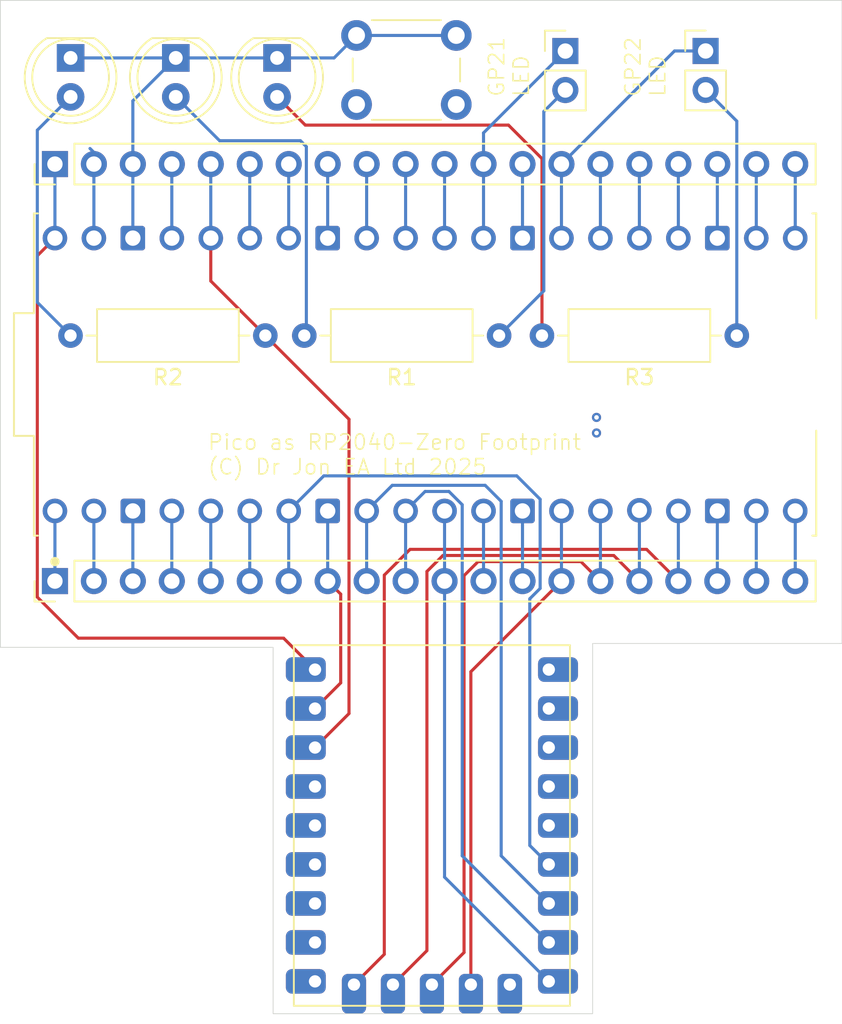
<source format=kicad_pcb>
(kicad_pcb (version 20240108) (generator "pcbnew") (generator_version "8.0")
  (layers (0 "F.Cu" signal) (1 "In1.Cu" signal) (2 "In2.Cu" signal) (31 "B.Cu" signal) (34 "B.Paste" user) (35 "F.Paste" user) (36 "B.SilkS" user "B.Silkscreen") (37 "F.SilkS" user "F.Silkscreen") (38 "B.Mask" user) (39 "F.Mask" user) (44 "Edge.Cuts" user))
  (net 0 "")
  (net 1 "GND")
  (net 2 "Net-(D1-A)")
  (net 3 "Net-(D2-A)")
  (net 4 "Net-(J2-Pin_2)")
  (net 5 "+3.3V")
  (net 6 "/GP14")
  (net 7 "/GP10")
  (net 8 "/GP26")
  (net 9 "/GP7")
  (net 10 "/GP1")
  (net 11 "/GP0")
  (net 12 "+5V")
  (net 13 "/GP12")
  (net 14 "/GP9")
  (net 15 "/GP13")
  (net 16 "/GP6")
  (net 17 "/GP15")
  (net 18 "/GP27")
  (net 19 "/GP28")
  (net 20 "/GP2")
  (net 21 "/GP3")
  (net 22 "/GP5")
  (net 23 "/GP11")
  (net 24 "/GP8")
  (net 25 "/GP4")
  (net 26 "/GP29")
  (net 27 "Net-(D3-A)")
  (net 28 "Net-(J3-Pin_2)")
  (net 29 "/RUN")
  (net 30 "/GP19")
  (net 31 "/ADC_REF")
  (net 32 "/VSYS")
  (net 33 "/GP18")
  (net 34 "/GP20")
  (net 35 "/3V3_EN")
  (net 36 "/GP22")
  (net 37 "/GP16")
  (net 38 "/GP17")
  (net 39 "/GP21")
  (footprint "Resistor_THT:R_Axial_DIN0309_L9.0mm_D3.2mm_P12.70mm_Horizontal" (layer "F.Cu") (at 106.426 46.736 180)
    (property "Reference" "R2" (at 6.35 -2.72 0) (layer "F.SilkS"))
    (property "Value" "100R" (hide yes))
    (fp_line (start 11.66 0) (end 10.97 0) (stroke (width 0.12)) (layer "F.SilkS"))
    (fp_line (start 10.97 1.72) (end 10.97 -1.72) (stroke (width 0.12)) (layer "F.SilkS"))
    (fp_line (start 10.97 -1.72) (end 1.73 -1.72) (stroke (width 0.12)) (layer "F.SilkS"))
    (fp_line (start 1.73 1.72) (end 10.97 1.72) (stroke (width 0.12)) (layer "F.SilkS"))
    (fp_line (start 1.73 -1.72) (end 1.73 1.72) (stroke (width 0.12)) (layer "F.SilkS"))
    (fp_line (start 1.04 0) (end 1.73 0) (stroke (width 0.12)) (layer "F.SilkS"))
    (pad "1" thru_hole circle (at 0 0 180) (size 1.6 1.6) (drill 0.8) (layers "*.Cu" "*.Mask") (net 5 "+3.3V"))
    (pad "2" thru_hole oval (at 12.7 0 180) (size 1.6 1.6) (drill 0.8) (layers "*.Cu" "*.Mask") (net 3 "Net-(D2-A)"))
  )
  (footprint "LED_THT:LED_D5.0mm" (layer "F.Cu") (at 107.193 28.642 -90)
    (property "Reference" "D3" (hide yes))
    (property "Value" "LED" (hide yes))
    (fp_line (start -1.29 -1.545) (end -1.29 1.545) (stroke (width 0.12)) (layer "F.SilkS"))
    (fp_arc (start 4.26 0.000048) (mid 2.071756 2.880501) (end -1.29 1.54483) (stroke (width 0.12)) (layer "F.SilkS"))
    (fp_arc (start -1.29 -1.54483) (mid 2.071756 -2.880501) (end 4.26 -0.000048) (stroke (width 0.12)) (layer "F.SilkS"))
    (fp_circle (center 1.27 0) (end 3.77 0) (stroke (width 0.12)) (fill none) (layer "F.SilkS"))
    (pad "1" thru_hole rect (at 0 0 270) (size 1.8 1.8) (drill 0.9) (layers "*.Cu" "*.Mask") (net 1 "GND"))
    (pad "2" thru_hole circle (at 2.54 0 270) (size 1.8 1.8) (drill 0.9) (layers "*.Cu" "*.Mask") (net 27 "Net-(D3-A)"))
  )
  (footprint "LED_THT:LED_D5.0mm" (layer "F.Cu") (at 100.589 28.642 -90)
    (property "Reference" "D1" (hide yes))
    (property "Value" "LED" (hide yes))
    (fp_line (start -1.29 -1.545) (end -1.29 1.545) (stroke (width 0.12)) (layer "F.SilkS"))
    (fp_arc (start 4.26 0.000048) (mid 2.071756 2.880501) (end -1.29 1.54483) (stroke (width 0.12)) (layer "F.SilkS"))
    (fp_arc (start -1.29 -1.54483) (mid 2.071756 -2.880501) (end 4.26 -0.000048) (stroke (width 0.12)) (layer "F.SilkS"))
    (fp_circle (center 1.27 0) (end 3.77 0) (stroke (width 0.12)) (fill none) (layer "F.SilkS"))
    (pad "1" thru_hole rect (at 0 0 270) (size 1.8 1.8) (drill 0.9) (layers "*.Cu" "*.Mask") (net 1 "GND"))
    (pad "2" thru_hole circle (at 2.54 0 270) (size 1.8 1.8) (drill 0.9) (layers "*.Cu" "*.Mask") (net 2 "Net-(D1-A)"))
  )
  (footprint "Connector_PinHeader_2.54mm:PinHeader_1x20_P2.54mm_Vertical" (layer "F.Cu") (at 92.71 62.738 90)
    (property "Reference" "J4" (hide yes))
    (property "Value" "Conn_01x20_Pin" (hide yes))
    (fp_line (start -1.33 -1.33) (end 0 -1.33) (stroke (width 0.12)) (layer "F.SilkS"))
    (fp_line (start -1.33 0) (end -1.33 -1.33) (stroke (width 0.12)) (layer "F.SilkS"))
    (fp_line (start 1.33 1.27) (end 1.33 49.59) (stroke (width 0.12)) (layer "F.SilkS"))
    (fp_line (start -1.33 1.27) (end 1.33 1.27) (stroke (width 0.12)) (layer "F.SilkS"))
    (fp_line (start -1.33 1.27) (end -1.33 49.59) (stroke (width 0.12)) (layer "F.SilkS"))
    (fp_line (start -1.33 49.59) (end 1.33 49.59) (stroke (width 0.12)) (layer "F.SilkS"))
    (pad "1" thru_hole rect (at 0 0 90) (size 1.7 1.7) (drill 1) (layers "*.Cu" "*.Mask") (net 11 "/GP0"))
    (pad "2" thru_hole oval (at 0 2.54 90) (size 1.7 1.7) (drill 1) (layers "*.Cu" "*.Mask") (net 10 "/GP1"))
    (pad "3" thru_hole oval (at 0 5.08 90) (size 1.7 1.7) (drill 1) (layers "*.Cu" "*.Mask") (net 1 "GND"))
    (pad "4" thru_hole oval (at 0 7.62 90) (size 1.7 1.7) (drill 1) (layers "*.Cu" "*.Mask") (net 20 "/GP2"))
    (pad "5" thru_hole oval (at 0 10.16 90) (size 1.7 1.7) (drill 1) (layers "*.Cu" "*.Mask") (net 21 "/GP3"))
    (pad "6" thru_hole oval (at 0 12.7 90) (size 1.7 1.7) (drill 1) (layers "*.Cu" "*.Mask") (net 25 "/GP4"))
    (pad "7" thru_hole oval (at 0 15.24 90) (size 1.7 1.7) (drill 1) (layers "*.Cu" "*.Mask") (net 22 "/GP5"))
    (pad "8" thru_hole oval (at 0 17.78 90) (size 1.7 1.7) (drill 1) (layers "*.Cu" "*.Mask") (net 1 "GND"))
    (pad "9" thru_hole oval (at 0 20.32 90) (size 1.7 1.7) (drill 1) (layers "*.Cu" "*.Mask") (net 16 "/GP6"))
    (pad "10" thru_hole oval (at 0 22.86 90) (size 1.7 1.7) (drill 1) (layers "*.Cu" "*.Mask") (net 9 "/GP7"))
    (pad "11" thru_hole oval (at 0 25.4 90) (size 1.7 1.7) (drill 1) (layers "*.Cu" "*.Mask") (net 24 "/GP8"))
    (pad "12" thru_hole oval (at 0 27.94 90) (size 1.7 1.7) (drill 1) (layers "*.Cu" "*.Mask") (net 14 "/GP9"))
    (pad "13" thru_hole oval (at 0 30.48 90) (size 1.7 1.7) (drill 1) (layers "*.Cu" "*.Mask") (net 1 "GND"))
    (pad "14" thru_hole oval (at 0 33.02 90) (size 1.7 1.7) (drill 1) (layers "*.Cu" "*.Mask") (net 7 "/GP10"))
    (pad "15" thru_hole oval (at 0 35.56 90) (size 1.7 1.7) (drill 1) (layers "*.Cu" "*.Mask") (net 23 "/GP11"))
    (pad "16" thru_hole oval (at 0 38.1 90) (size 1.7 1.7) (drill 1) (layers "*.Cu" "*.Mask") (net 13 "/GP12"))
    (pad "17" thru_hole oval (at 0 40.64 90) (size 1.7 1.7) (drill 1) (layers "*.Cu" "*.Mask") (net 15 "/GP13"))
    (pad "18" thru_hole oval (at 0 43.18 90) (size 1.7 1.7) (drill 1) (layers "*.Cu" "*.Mask") (net 1 "GND"))
    (pad "19" thru_hole oval (at 0 45.72 90) (size 1.7 1.7) (drill 1) (layers "*.Cu" "*.Mask") (net 6 "/GP14"))
    (pad "20" thru_hole oval (at 0 48.26 90) (size 1.7 1.7) (drill 1) (layers "*.Cu" "*.Mask") (net 17 "/GP15"))
  )
  (footprint "Raspberry_Pi_Pico_W_Kicad_Files:MODULE_SC0918" (layer "F.Cu") (at 116.84 49.276 90)
    (property "Reference" "A1" (hide yes))
    (property "Value" "SC0918" (hide yes))
    (fp_line (start 4 -26.8) (end 4 -25.5) (stroke (width 0.127)) (layer "F.SilkS"))
    (fp_line (start -4 -26.8) (end 4 -26.8) (stroke (width 0.127)) (layer "F.SilkS"))
    (fp_line (start 10.5 -25.5) (end 10.5 -25.25) (stroke (width 0.127)) (layer "F.SilkS"))
    (fp_line (start 4 -25.5) (end 10.5 -25.5) (stroke (width 0.127)) (layer "F.SilkS"))
    (fp_line (start -4 -25.5) (end -4 -26.8) (stroke (width 0.127)) (layer "F.SilkS"))
    (fp_line (start -10.5 -25.5) (end -4 -25.5) (stroke (width 0.127)) (layer "F.SilkS"))
    (fp_line (start -10.5 -25.25) (end -10.5 -25.5) (stroke (width 0.127)) (layer "F.SilkS"))
    (fp_line (start 10.5 25.5) (end 10.5 25.25) (stroke (width 0.127)) (layer "F.SilkS"))
    (fp_line (start 10.5 25.5) (end 3.66 25.5) (stroke (width 0.127)) (layer "F.SilkS"))
    (fp_line (start -3.66 25.5) (end -10.5 25.5) (stroke (width 0.127)) (layer "F.SilkS"))
    (fp_line (start -10.5 25.5) (end -10.5 25.25) (stroke (width 0.127)) (layer "F.SilkS"))
    (fp_circle (center -12.19 -24.13) (end -11.99 -24.13) (stroke (width 0.2)) (fill solid) (layer "F.SilkS"))
    (pad "1" thru_hole circle (at -8.89 -24.13 90) (size 1.6 1.6) (drill 1) (layers "*.Cu" "*.Mask") (net 11 "/GP0"))
    (pad "2" thru_hole circle (at -8.89 -21.59 90) (size 1.6 1.6) (drill 1) (layers "*.Cu" "*.Mask") (net 10 "/GP1"))
    (pad "3" thru_hole roundrect (at -8.89 -19.05 90) (size 1.6 1.6) (drill 1) (layers "*.Cu" "*.Mask") (roundrect_rratio 0.125) (net 1 "GND"))
    (pad "4" thru_hole circle (at -8.89 -16.51 90) (size 1.6 1.6) (drill 1) (layers "*.Cu" "*.Mask") (net 20 "/GP2"))
    (pad "5" thru_hole circle (at -8.89 -13.97 90) (size 1.6 1.6) (drill 1) (layers "*.Cu" "*.Mask") (net 21 "/GP3"))
    (pad "6" thru_hole circle (at -8.89 -11.43 90) (size 1.6 1.6) (drill 1) (layers "*.Cu" "*.Mask") (net 25 "/GP4"))
    (pad "7" thru_hole circle (at -8.89 -8.89 90) (size 1.6 1.6) (drill 1) (layers "*.Cu" "*.Mask") (net 22 "/GP5"))
    (pad "8" thru_hole roundrect (at -8.89 -6.35 90) (size 1.6 1.6) (drill 1) (layers "*.Cu" "*.Mask") (roundrect_rratio 0.125) (net 1 "GND"))
    (pad "9" thru_hole circle (at -8.89 -3.81 90) (size 1.6 1.6) (drill 1) (layers "*.Cu" "*.Mask") (net 16 "/GP6"))
    (pad "10" thru_hole circle (at -8.89 -1.27 90) (size 1.6 1.6) (drill 1) (layers "*.Cu" "*.Mask") (net 9 "/GP7"))
    (pad "11" thru_hole circle (at -8.89 1.27 90) (size 1.6 1.6) (drill 1) (layers "*.Cu" "*.Mask") (net 24 "/GP8"))
    (pad "12" thru_hole circle (at -8.89 3.81 90) (size 1.6 1.6) (drill 1) (layers "*.Cu" "*.Mask") (net 14 "/GP9"))
    (pad "13" thru_hole roundrect (at -8.89 6.35 90) (size 1.6 1.6) (drill 1) (layers "*.Cu" "*.Mask") (roundrect_rratio 0.125) (net 1 "GND"))
    (pad "14" thru_hole circle (at -8.89 8.89 90) (size 1.6 1.6) (drill 1) (layers "*.Cu" "*.Mask") (net 7 "/GP10"))
    (pad "15" thru_hole circle (at -8.89 11.43 90) (size 1.6 1.6) (drill 1) (layers "*.Cu" "*.Mask") (net 23 "/GP11"))
    (pad "16" thru_hole circle (at -8.848119 13.97 90) (size 1.6 1.6) (drill 1) (layers "*.Cu" "*.Mask") (net 13 "/GP12"))
    (pad "17" thru_hole circle (at -8.89 16.51 90) (size 1.6 1.6) (drill 1) (layers "*.Cu" "*.Mask") (net 15 "/GP13"))
    (pad "18" thru_hole roundrect (at -8.89 19.05 90) (size 1.6 1.6) (drill 1) (layers "*.Cu" "*.Mask") (roundrect_rratio 0.125) (net 1 "GND"))
    (pad "19" thru_hole circle (at -8.89 21.59 90) (size 1.6 1.6) (drill 1) (layers "*.Cu" "*.Mask") (net 6 "/GP14"))
    (pad "20" thru_hole circle (at -8.89 24.13 90) (size 1.6 1.6) (drill 1) (layers "*.Cu" "*.Mask") (net 17 "/GP15"))
    (pad "21" thru_hole circle (at 8.89 24.13 90) (size 1.6 1.6) (drill 1) (layers "*.Cu" "*.Mask") (net 37 "/GP16"))
    (pad "22" thru_hole circle (at 8.89 21.59 90) (size 1.6 1.6) (drill 1) (layers "*.Cu" "*.Mask") (net 38 "/GP17"))
    (pad "23" thru_hole roundrect (at 8.89 19.05 90) (size 1.6 1.6) (drill 1) (layers "*.Cu" "*.Mask") (roundrect_rratio 0.125) (net 1 "GND"))
    (pad "24" thru_hole circle (at 8.89 16.51 90) (size 1.6 1.6) (drill 1) (layers "*.Cu" "*.Mask") (net 33 "/GP18"))
    (pad "25" thru_hole circle (at 8.89 13.97 90) (size 1.6 1.6) (drill 1) (layers "*.Cu" "*.Mask") (net 30 "/GP19"))
    (pad "26" thru_hole circle (at 8.89 11.43 90) (size 1.6 1.6) (drill 1) (layers "*.Cu" "*.Mask") (net 34 "/GP20"))
    (pad "27" thru_hole circle (at 8.89 8.89 90) (size 1.6 1.6) (drill 1) (layers "*.Cu" "*.Mask") (net 39 "/GP21"))
    (pad "28" thru_hole roundrect (at 8.89 6.35 90) (size 1.6 1.6) (drill 1) (layers "*.Cu" "*.Mask") (roundrect_rratio 0.125) (net 1 "GND"))
    (pad "29" thru_hole circle (at 8.89 3.81 90) (size 1.6 1.6) (drill 1) (layers "*.Cu" "*.Mask") (net 36 "/GP22"))
    (pad "30" thru_hole circle (at 8.89 1.27 90) (size 1.6 1.6) (drill 1) (layers "*.Cu" "*.Mask") (net 29 "/RUN"))
    (pad "31" thru_hole circle (at 8.89 -1.27 90) (size 1.6 1.6) (drill 1) (layers "*.Cu" "*.Mask") (net 8 "/GP26"))
    (pad "32" thru_hole circle (at 8.89 -3.81 90) (size 1.6 1.6) (drill 1) (layers "*.Cu" "*.Mask") (net 18 "/GP27"))
    (pad "33" thru_hole roundrect (at 8.89 -6.35 90) (size 1.6 1.6) (drill 1) (layers "*.Cu" "*.Mask") (roundrect_rratio 0.125) (net 1 "GND"))
    (pad "34" thru_hole circle (at 8.89 -8.89 90) (size 1.6 1.6) (drill 1) (layers "*.Cu" "*.Mask") (net 19 "/GP28"))
    (pad "35" thru_hole circle (at 8.89 -11.43 90) (size 1.6 1.6) (drill 1) (layers "*.Cu" "*.Mask") (net 31 "/ADC_REF"))
    (pad "36" thru_hole circle (at 8.89 -13.97 90) (size 1.6 1.6) (drill 1) (layers "*.Cu" "*.Mask") (net 5 "+3.3V"))
    (pad "37" thru_hole circle (at 8.89 -16.51 90) (size 1.6 1.6) (drill 1) (layers "*.Cu" "*.Mask") (net 35 "/3V3_EN"))
    (pad "38" thru_hole roundrect (at 8.89 -19.05 90) (size 1.6 1.6) (drill 1) (layers "*.Cu" "*.Mask") (roundrect_rratio 0.125) (net 1 "GND"))
    (pad "39" thru_hole circle (at 8.89 -21.59 90) (size 1.6 1.6) (drill 1) (layers "*.Cu" "*.Mask") (net 32 "/VSYS"))
    (pad "40" thru_hole circle (at 8.89 -24.13 90) (size 1.6 1.6) (drill 1) (layers "*.Cu" "*.Mask") (net 12 "+5V"))
  )
  (footprint "RP2040-Zero-Kicad:RP2040-Zero" (layer "F.Cu") (at 107.125 91.365)
    (property "Reference" "RZ1" (hide yes))
    (property "Value" "RP2040-Zero" (hide yes))
    (fp_line (start 1.16 -24.45) (end 1.16 -0.95) (stroke (width 0.12)) (layer "F.SilkS"))
    (fp_line (start 1.16 -0.95) (end 19.16 -0.95) (stroke (width 0.12)) (layer "F.SilkS"))
    (fp_line (start 19.16 -24.45) (end 1.16 -24.45) (stroke (width 0.12)) (layer "F.SilkS"))
    (fp_line (start 19.16 -0.95) (end 19.16 -24.45) (stroke (width 0.12)) (layer "F.SilkS"))
    (pad "0" thru_hole roundrect (at 17.78 -22.86) (size 2.6 1.6) (drill 0.8 (offset 0.6 0)) (layers "*.Cu" "*.Mask") (net 11 "/GP0"))
    (pad "1" thru_hole roundrect (at 17.78 -20.32) (size 2.6 1.6) (drill 0.8 (offset 0.6 0)) (layers "*.Cu" "*.Mask") (net 10 "/GP1"))
    (pad "2" thru_hole roundrect (at 17.78 -17.78) (size 2.6 1.6) (drill 0.8 (offset 0.6 0)) (layers "*.Cu" "*.Mask") (net 20 "/GP2"))
    (pad "3" thru_hole roundrect (at 17.78 -15.24) (size 2.6 1.6) (drill 0.8 (offset 0.6 0)) (layers "*.Cu" "*.Mask") (net 21 "/GP3"))
    (pad "4" thru_hole roundrect (at 17.78 -12.7) (size 2.6 1.6) (drill 0.8 (offset 0.6 0)) (layers "*.Cu" "*.Mask") (net 25 "/GP4"))
    (pad "5" thru_hole roundrect (at 17.78 -10.16) (size 2.6 1.6002) (drill 0.8 (offset 0.6 0)) (layers "*.Cu" "*.Mask") (net 22 "/GP5"))
    (pad "6" thru_hole roundrect (at 17.78 -7.62) (size 2.6 1.6002) (drill 0.8 (offset 0.6 0)) (layers "*.Cu" "*.Mask") (net 16 "/GP6"))
    (pad "7" thru_hole roundrect (at 17.78 -5.08) (size 2.6 1.6002) (drill 0.8 (offset 0.6 0)) (layers "*.Cu" "*.Mask") (net 9 "/GP7"))
    (pad "8" thru_hole roundrect (at 17.78 -2.54) (size 2.6 1.6002) (drill 0.8 (offset 0.6 0)) (layers "*.Cu" "*.Mask") (net 24 "/GP8"))
    (pad "9" thru_hole roundrect (at 15.24 -2.33) (size 1.6 2.6) (drill 0.8 (offset 0 0.6)) (layers "*.Cu" "*.Mask") (net 14 "/GP9"))
    (pad "10" thru_hole roundrect (at 12.7 -2.33) (size 1.5748 2.6) (drill 0.8 (offset 0 0.6)) (layers "*.Cu" "*.Mask") (net 7 "/GP10"))
    (pad "11" thru_hole roundrect (at 10.16 -2.33) (size 1.5748 2.6) (drill 0.8 (offset 0 0.6)) (layers "*.Cu" "*.Mask") (net 23 "/GP11"))
    (pad "12" thru_hole roundrect (at 7.62 -2.33) (size 1.5748 2.6) (drill 0.8 (offset 0 0.6)) (layers "*.Cu" "*.Mask") (net 13 "/GP12"))
    (pad "13" thru_hole roundrect (at 5.08 -2.33) (size 1.5748 2.6) (drill 0.8 (offset 0 0.6)) (layers "*.Cu" "*.Mask") (net 15 "/GP13"))
    (pad "14" thru_hole roundrect (at 2.54 -2.54) (size 2.6 1.6002) (drill 0.8 (offset -0.6 0)) (layers "*.Cu" "*.Mask") (net 6 "/GP14"))
    (pad "15" thru_hole roundrect (at 2.54 -5.08) (size 2.6 1.6002) (drill 0.8 (offset -0.6 0)) (layers "*.Cu" "*.Mask") (net 17 "/GP15"))
    (pad "26" thru_hole roundrect (at 2.54 -7.62) (size 2.6 1.6002) (drill 0.8 (offset -0.6 0)) (layers "*.Cu" "*.Mask") (net 8 "/GP26"))
    (pad "27" thru_hole roundrect (at 2.54 -10.16) (size 2.6 1.6002) (drill 0.8 (offset -0.6 0)) (layers "*.Cu" "*.Mask") (net 18 "/GP27"))
    (pad "28" thru_hole roundrect (at 2.54 -12.7) (size 2.6 1.6002) (drill 0.8 (offset -0.6 0)) (layers "*.Cu" "*.Mask") (net 19 "/GP28"))
    (pad "29" thru_hole roundrect (at 2.54 -15.24) (size 2.6 1.6002) (drill 0.8 (offset -0.6 0)) (layers "*.Cu" "*.Mask") (net 26 "/GP29"))
    (pad "30" thru_hole roundrect (at 2.54 -17.78) (size 2.6 1.6002) (drill 0.8 (offset -0.6 0)) (layers "*.Cu" "*.Mask") (net 5 "+3.3V"))
    (pad "31" thru_hole roundrect (at 2.54 -20.32) (size 2.6 1.6002) (drill 0.8 (offset -0.6 0)) (layers "*.Cu" "*.Mask") (net 1 "GND"))
    (pad "32" thru_hole roundrect (at 2.54 -22.86) (size 2.6 1.6002) (drill 0.8 (offset -0.6 0)) (layers "*.Cu" "*.Mask") (net 12 "+5V"))
  )
  (footprint "Resistor_THT:R_Axial_DIN0309_L9.0mm_D3.2mm_P12.70mm_Horizontal" (layer "F.Cu") (at 121.666 46.736 180)
    (property "Reference" "R1" (at 6.35 -2.72 0) (layer "F.SilkS"))
    (property "Value" "100R" (hide yes))
    (fp_line (start 11.66 0) (end 10.97 0) (stroke (width 0.12)) (layer "F.SilkS"))
    (fp_line (start 10.97 1.72) (end 10.97 -1.72) (stroke (width 0.12)) (layer "F.SilkS"))
    (fp_line (start 10.97 -1.72) (end 1.73 -1.72) (stroke (width 0.12)) (layer "F.SilkS"))
    (fp_line (start 1.73 1.72) (end 10.97 1.72) (stroke (width 0.12)) (layer "F.SilkS"))
    (fp_line (start 1.73 -1.72) (end 1.73 1.72) (stroke (width 0.12)) (layer "F.SilkS"))
    (fp_line (start 1.04 0) (end 1.73 0) (stroke (width 0.12)) (layer "F.SilkS"))
    (pad "1" thru_hole circle (at 0 0 180) (size 1.6 1.6) (drill 0.8) (layers "*.Cu" "*.Mask") (net 4 "Net-(J2-Pin_2)"))
    (pad "2" thru_hole oval (at 12.7 0 180) (size 1.6 1.6) (drill 0.8) (layers "*.Cu" "*.Mask") (net 2 "Net-(D1-A)"))
  )
  (footprint "Resistor_THT:R_Axial_DIN0309_L9.0mm_D3.2mm_P12.70mm_Horizontal" (layer "F.Cu") (at 137.16 46.736 180)
    (property "Reference" "R3" (at 6.35 -2.72 0) (layer "F.SilkS"))
    (property "Value" "100R" (hide yes))
    (fp_line (start 11.66 0) (end 10.97 0) (stroke (width 0.12)) (layer "F.SilkS"))
    (fp_line (start 10.97 1.72) (end 10.97 -1.72) (stroke (width 0.12)) (layer "F.SilkS"))
    (fp_line (start 10.97 -1.72) (end 1.73 -1.72) (stroke (width 0.12)) (layer "F.SilkS"))
    (fp_line (start 1.73 1.72) (end 10.97 1.72) (stroke (width 0.12)) (layer "F.SilkS"))
    (fp_line (start 1.73 -1.72) (end 1.73 1.72) (stroke (width 0.12)) (layer "F.SilkS"))
    (fp_line (start 1.04 0) (end 1.73 0) (stroke (width 0.12)) (layer "F.SilkS"))
    (pad "1" thru_hole circle (at 0 0 180) (size 1.6 1.6) (drill 0.8) (layers "*.Cu" "*.Mask") (net 28 "Net-(J3-Pin_2)"))
    (pad "2" thru_hole oval (at 12.7 0 180) (size 1.6 1.6) (drill 0.8) (layers "*.Cu" "*.Mask") (net 27 "Net-(D3-A)"))
  )
  (footprint "Connector_PinHeader_2.54mm:PinHeader_1x02_P2.54mm_Vertical" (layer "F.Cu") (at 135.128 28.189)
    (property "Reference" "J3" (hide yes))
    (property "Value" "Conn_01x02_Pin" (hide yes))
    (fp_line (start -1.33 -1.33) (end 0 -1.33) (stroke (width 0.12)) (layer "F.SilkS"))
    (fp_line (start -1.33 0) (end -1.33 -1.33) (stroke (width 0.12)) (layer "F.SilkS"))
    (fp_line (start -1.33 1.27) (end -1.33 3.87) (stroke (width 0.12)) (layer "F.SilkS"))
    (fp_line (start -1.33 1.27) (end 1.33 1.27) (stroke (width 0.12)) (layer "F.SilkS"))
    (fp_line (start -1.33 3.87) (end 1.33 3.87) (stroke (width 0.12)) (layer "F.SilkS"))
    (fp_line (start 1.33 1.27) (end 1.33 3.87) (stroke (width 0.12)) (layer "F.SilkS"))
    (pad "1" thru_hole rect (at 0 0) (size 1.7 1.7) (drill 1) (layers "*.Cu" "*.Mask") (net 39 "/GP21"))
    (pad "2" thru_hole oval (at 0 2.54) (size 1.7 1.7) (drill 1) (layers "*.Cu" "*.Mask") (net 28 "Net-(J3-Pin_2)"))
  )
  (footprint "LED_THT:LED_D5.0mm" (layer "F.Cu") (at 93.731 28.642 -90)
    (property "Reference" "D2" (hide yes))
    (property "Value" "LED" (hide yes))
    (fp_line (start -1.29 -1.545) (end -1.29 1.545) (stroke (width 0.12)) (layer "F.SilkS"))
    (fp_arc (start 4.26 0.000048) (mid 2.071756 2.880501) (end -1.29 1.54483) (stroke (width 0.12)) (layer "F.SilkS"))
    (fp_arc (start -1.29 -1.54483) (mid 2.071756 -2.880501) (end 4.26 -0.000048) (stroke (width 0.12)) (layer "F.SilkS"))
    (fp_circle (center 1.27 0) (end 3.77 0) (stroke (width 0.12)) (fill none) (layer "F.SilkS"))
    (pad "1" thru_hole rect (at 0 0 270) (size 1.8 1.8) (drill 0.9) (layers "*.Cu" "*.Mask") (net 1 "GND"))
    (pad "2" thru_hole circle (at 2.54 0 270) (size 1.8 1.8) (drill 0.9) (layers "*.Cu" "*.Mask") (net 3 "Net-(D2-A)"))
  )
  (footprint "Button_Switch_THT:SW_PUSH_6mm_H8.5mm" (layer "F.Cu") (at 112.372 27.178)
    (property "Reference" "SW1" (hide yes))
    (property "Value" "SW_SPST" (hide yes))
    (fp_line (start -0.25 1.5) (end -0.25 3) (stroke (width 0.12)) (layer "F.SilkS"))
    (fp_line (start 1 5.5) (end 5.5 5.5) (stroke (width 0.12)) (layer "F.SilkS"))
    (fp_line (start 5.5 -1) (end 1 -1) (stroke (width 0.12)) (layer "F.SilkS"))
    (fp_line (start 6.75 3) (end 6.75 1.5) (stroke (width 0.12)) (layer "F.SilkS"))
    (pad "1" thru_hole circle (at 0 0 90) (size 2 2) (drill 1.1) (layers "*.Cu" "*.Mask") (net 1 "GND"))
    (pad "1" thru_hole circle (at 6.5 0 90) (size 2 2) (drill 1.1) (layers "*.Cu" "*.Mask") (net 1 "GND"))
    (pad "2" thru_hole circle (at 0 4.5 90) (size 2 2) (drill 1.1) (layers "*.Cu" "*.Mask") (net 29 "/RUN"))
    (pad "2" thru_hole circle (at 6.5 4.5 90) (size 2 2) (drill 1.1) (layers "*.Cu" "*.Mask") (net 29 "/RUN"))
  )
  (footprint "Connector_PinHeader_2.54mm:PinHeader_1x20_P2.54mm_Vertical" (layer "F.Cu") (at 92.71 35.56 90)
    (property "Reference" "J5" (hide yes))
    (property "Value" "Conn_01x20_Pin" (hide yes))
    (fp_line (start -1.33 -1.33) (end 0 -1.33) (stroke (width 0.12)) (layer "F.SilkS"))
    (fp_line (start -1.33 0) (end -1.33 -1.33) (stroke (width 0.12)) (layer "F.SilkS"))
    (fp_line (start 1.33 1.27) (end 1.33 49.59) (stroke (width 0.12)) (layer "F.SilkS"))
    (fp_line (start -1.33 1.27) (end 1.33 1.27) (stroke (width 0.12)) (layer "F.SilkS"))
    (fp_line (start -1.33 1.27) (end -1.33 49.59) (stroke (width 0.12)) (layer "F.SilkS"))
    (fp_line (start -1.33 49.59) (end 1.33 49.59) (stroke (width 0.12)) (layer "F.SilkS"))
    (pad "1" thru_hole rect (at 0 0 90) (size 1.7 1.7) (drill 1) (layers "*.Cu" "*.Mask") (net 12 "+5V"))
    (pad "2" thru_hole oval (at 0 2.54 90) (size 1.7 1.7) (drill 1) (layers "*.Cu" "*.Mask") (net 32 "/VSYS"))
    (pad "3" thru_hole oval (at 0 5.08 90) (size 1.7 1.7) (drill 1) (layers "*.Cu" "*.Mask") (net 1 "GND"))
    (pad "4" thru_hole oval (at 0 7.62 90) (size 1.7 1.7) (drill 1) (layers "*.Cu" "*.Mask") (net 35 "/3V3_EN"))
    (pad "5" thru_hole oval (at 0 10.16 90) (size 1.7 1.7) (drill 1) (layers "*.Cu" "*.Mask") (net 5 "+3.3V"))
    (pad "6" thru_hole oval (at 0 12.7 90) (size 1.7 1.7) (drill 1) (layers "*.Cu" "*.Mask") (net 31 "/ADC_REF"))
    (pad "7" thru_hole oval (at 0 15.24 90) (size 1.7 1.7) (drill 1) (layers "*.Cu" "*.Mask") (net 19 "/GP28"))
    (pad "8" thru_hole oval (at 0 17.78 90) (size 1.7 1.7) (drill 1) (layers "*.Cu" "*.Mask") (net 1 "GND"))
    (pad "9" thru_hole oval (at 0 20.32 90) (size 1.7 1.7) (drill 1) (layers "*.Cu" "*.Mask") (net 18 "/GP27"))
    (pad "10" thru_hole oval (at 0 22.86 90) (size 1.7 1.7) (drill 1) (layers "*.Cu" "*.Mask") (net 8 "/GP26"))
    (pad "11" thru_hole oval (at 0 25.4 90) (size 1.7 1.7) (drill 1) (layers "*.Cu" "*.Mask") (net 29 "/RUN"))
    (pad "12" thru_hole oval (at 0 27.94 90) (size 1.7 1.7) (drill 1) (layers "*.Cu" "*.Mask") (net 36 "/GP22"))
    (pad "13" thru_hole oval (at 0 30.48 90) (size 1.7 1.7) (drill 1) (layers "*.Cu" "*.Mask") (net 1 "GND"))
    (pad "14" thru_hole oval (at 0 33.02 90) (size 1.7 1.7) (drill 1) (layers "*.Cu" "*.Mask") (net 39 "/GP21"))
    (pad "15" thru_hole oval (at 0 35.56 90) (size 1.7 1.7) (drill 1) (layers "*.Cu" "*.Mask") (net 34 "/GP20"))
    (pad "16" thru_hole oval (at 0 38.1 90) (size 1.7 1.7) (drill 1) (layers "*.Cu" "*.Mask") (net 30 "/GP19"))
    (pad "17" thru_hole oval (at 0 40.64 90) (size 1.7 1.7) (drill 1) (layers "*.Cu" "*.Mask") (net 33 "/GP18"))
    (pad "18" thru_hole oval (at 0 43.18 90) (size 1.7 1.7) (drill 1) (layers "*.Cu" "*.Mask") (net 1 "GND"))
    (pad "19" thru_hole oval (at 0 45.72 90) (size 1.7 1.7) (drill 1) (layers "*.Cu" "*.Mask") (net 38 "/GP17"))
    (pad "20" thru_hole oval (at 0 48.26 90) (size 1.7 1.7) (drill 1) (layers "*.Cu" "*.Mask") (net 37 "/GP16"))
  )
  (footprint "Connector_PinHeader_2.54mm:PinHeader_1x02_P2.54mm_Vertical" (layer "F.Cu") (at 125.984 28.194)
    (property "Reference" "J2" (hide yes))
    (property "Value" "Conn_01x02_Pin" (hide yes))
    (fp_line (start -1.33 -1.33) (end 0 -1.33) (stroke (width 0.12)) (layer "F.SilkS"))
    (fp_line (start -1.33 0) (end -1.33 -1.33) (stroke (width 0.12)) (layer "F.SilkS"))
    (fp_line (start -1.33 1.27) (end -1.33 3.87) (stroke (width 0.12)) (layer "F.SilkS"))
    (fp_line (start -1.33 1.27) (end 1.33 1.27) (stroke (width 0.12)) (layer "F.SilkS"))
    (fp_line (start -1.33 3.87) (end 1.33 3.87) (stroke (width 0.12)) (layer "F.SilkS"))
    (fp_line (start 1.33 1.27) (end 1.33 3.87) (stroke (width 0.12)) (layer "F.SilkS"))
    (pad "1" thru_hole rect (at 0 0) (size 1.7 1.7) (drill 1) (layers "*.Cu" "*.Mask") (net 36 "/GP22"))
    (pad "2" thru_hole oval (at 0 2.54) (size 1.7 1.7) (drill 1) (layers "*.Cu" "*.Mask") (net 4 "Net-(J2-Pin_2)"))
  )
  (gr_poly (pts (xy 89.154 24.892) (xy 89.154 67.056) (xy 106.934 67.056) (xy 106.934 90.932) (xy 127.762 90.932) (xy 127.762 66.802) (xy 144.018 66.802) (xy 144.018 24.892)) (stroke (width 0.05)) (fill none) (layer "Edge.Cuts"))
  (gr_text "GP21\nLED" (at 123.698 31.242 90) (layer "F.SilkS") (effects (font (size 1 1) (thickness 0.1)) (justify left bottom)))
  (gr_text "Pico as RP2040-Zero Footprint\n(C) Dr Jon EA Ltd 2025" (at 102.616 55.88 0) (layer "F.SilkS") (effects (font (size 1 1) (thickness 0.1)) (justify left bottom)))
  (gr_text "GP22\nLED" (at 132.588 31.242 90) (layer "F.SilkS") (effects (font (size 1 1) (thickness 0.1)) (justify left bottom)))
  (segment (start 111.34 69.37) (end 109.665 71.045) (width 0.2) (layer "F.Cu") (net 1))
  (segment (start 110.49 62.738) (end 111.34 63.588) (width 0.2) (layer "F.Cu") (net 1))
  (segment (start 111.34 63.588) (end 111.34 69.37) (width 0.2) (layer "F.Cu") (net 1))
  (segment (start 110.49 40.386) (end 110.49 35.56) (width 0.2) (layer "B.Cu") (net 1))
  (segment (start 110.49 58.166) (end 110.49 62.738) (width 0.2) (layer "B.Cu") (net 1))
  (segment (start 135.89 40.386) (end 135.89 35.56) (width 0.2) (layer "B.Cu") (net 1))
  (segment (start 123.19 40.386) (end 123.19 35.56) (width 0.2) (layer "B.Cu") (net 1))
  (segment (start 112.372 27.178) (end 118.872 27.178) (width 0.2) (layer "B.Cu") (net 1))
  (segment (start 97.79 58.166) (end 97.79 62.738) (width 0.2) (layer "B.Cu") (net 1))
  (segment (start 97.79 40.386) (end 97.79 35.56) (width 0.2) (layer "B.Cu") (net 1))
  (segment (start 100.589 28.642) (end 107.193 28.642) (width 0.2) (layer "B.Cu") (net 1))
  (segment (start 123.19 58.166) (end 123.19 62.738) (width 0.2) (layer "B.Cu") (net 1))
  (segment (start 93.731 28.642) (end 100.589 28.642) (width 0.2) (layer "B.Cu") (net 1))
  (segment (start 110.908 28.642) (end 112.372 27.178) (width 0.2) (layer "B.Cu") (net 1))
  (segment (start 135.89 58.166) (end 135.89 62.738) (width 0.2) (layer "B.Cu") (net 1))
  (segment (start 97.79 35.56) (end 97.79 31.441) (width 0.2) (layer "B.Cu") (net 1))
  (segment (start 107.193 28.642) (end 110.908 28.642) (width 0.2) (layer "B.Cu") (net 1))
  (segment (start 97.79 31.441) (end 100.589 28.642) (width 0.2) (layer "B.Cu") (net 1))
  (segment (start 109.1 46.602) (end 109.1 34.424) (width 0.2) (layer "B.Cu") (net 2))
  (segment (start 108.966 46.736) (end 109.1 46.602) (width 0.2) (layer "B.Cu") (net 2))
  (segment (start 108.712 34.036) (end 103.443 34.036) (width 0.2) (layer "B.Cu") (net 2))
  (segment (start 109.1 34.424) (end 108.712 34.036) (width 0.2) (layer "B.Cu") (net 2))
  (segment (start 103.443 34.036) (end 100.589 31.182) (width 0.2) (layer "B.Cu") (net 2))
  (segment (start 91.56 44.57) (end 91.56 33.353) (width 0.2) (layer "B.Cu") (net 3))
  (segment (start 91.56 33.353) (end 93.731 31.182) (width 0.2) (layer "B.Cu") (net 3))
  (segment (start 93.726 46.736) (end 91.56 44.57) (width 0.2) (layer "B.Cu") (net 3))
  (segment (start 124.58 43.822) (end 124.58 32.138) (width 0.2) (layer "B.Cu") (net 4))
  (segment (start 121.666 46.736) (end 124.58 43.822) (width 0.2) (layer "B.Cu") (net 4))
  (segment (start 124.58 32.138) (end 125.984 30.734) (width 0.2) (layer "B.Cu") (net 4))
  (segment (start 102.87 43.18) (end 106.426 46.736) (width 0.2) (layer "F.Cu") (net 5))
  (segment (start 106.426 46.736) (end 111.88 52.19) (width 0.2) (layer "F.Cu") (net 5))
  (segment (start 102.87 40.386) (end 102.87 43.18) (width 0.2) (layer "F.Cu") (net 5))
  (segment (start 111.88 52.19) (end 111.88 71.37) (width 0.2) (layer "F.Cu") (net 5))
  (segment (start 111.88 71.37) (end 109.665 73.585) (width 0.2) (layer "F.Cu") (net 5))
  (segment (start 102.87 40.386) (end 102.87 35.56) (width 0.2) (layer "B.Cu") (net 5))
  (segment (start 138.43 58.166) (end 138.43 62.738) (width 0.2) (layer "B.Cu") (net 6))
  (segment (start 119.825 68.643) (end 125.73 62.738) (width 0.2) (layer "F.Cu") (net 7))
  (segment (start 119.825 89.035) (end 119.825 68.643) (width 0.2) (layer "F.Cu") (net 7))
  (segment (start 125.73 58.166) (end 125.73 62.738) (width 0.2) (layer "B.Cu") (net 7))
  (segment (start 115.57 40.386) (end 115.57 35.56) (width 0.2) (layer "B.Cu") (net 8))
  (segment (start 118.395635 56.896) (end 116.84 56.896) (width 0.2) (layer "B.Cu") (net 9))
  (segment (start 119.26 57.760365) (end 118.395635 56.896) (width 0.2) (layer "B.Cu") (net 9))
  (segment (start 115.57 58.166) (end 115.57 62.738) (width 0.2) (layer "B.Cu") (net 9))
  (segment (start 124.905 86.285) (end 119.26 80.64) (width 0.2) (layer "B.Cu") (net 9))
  (segment (start 119.26 80.64) (end 119.26 57.760365) (width 0.2) (layer "B.Cu") (net 9))
  (segment (start 116.84 56.896) (end 115.57 58.166) (width 0.2) (layer "B.Cu") (net 9))
  (via (at 128.016 53.086) (size 0.6) (drill 0.3) (layers "F.Cu" "B.Cu") (net 10))
  (segment (start 95.25 58.166) (end 95.25 62.738) (width 0.2) (layer "B.Cu") (net 10))
  (via (at 128.016 52.07) (size 0.6) (drill 0.3) (layers "F.Cu" "B.Cu") (net 11))
  (segment (start 92.71 58.166) (end 92.71 62.738) (width 0.2) (layer "B.Cu") (net 11))
  (segment (start 107.616 66.456) (end 109.665 68.505) (width 0.2) (layer "F.Cu") (net 12))
  (segment (start 91.56 63.782) (end 94.234 66.456) (width 0.2) (layer "F.Cu") (net 12))
  (segment (start 91.56 41.536) (end 91.56 63.782) (width 0.2) (layer "F.Cu") (net 12))
  (segment (start 94.234 66.456) (end 107.616 66.456) (width 0.2) (layer "F.Cu") (net 12))
  (segment (start 92.71 40.386) (end 91.56 41.536) (width 0.2) (layer "F.Cu") (net 12))
  (segment (start 92.71 35.56) (end 92.71 40.386) (width 0.2) (layer "B.Cu") (net 12))
  (segment (start 116.96 62.11) (end 118.002 61.068) (width 0.2) (layer "F.Cu") (net 13))
  (segment (start 118.002 61.068) (end 129.14 61.068) (width 0.2) (layer "F.Cu") (net 13))
  (segment (start 129.14 61.068) (end 130.81 62.738) (width 0.2) (layer "F.Cu") (net 13))
  (segment (start 116.96 86.82) (end 116.96 62.11) (width 0.2) (layer "F.Cu") (net 13))
  (segment (start 114.745 89.035) (end 116.96 86.82) (width 0.2) (layer "F.Cu") (net 13))
  (segment (start 130.81 58.124119) (end 130.81 62.738) (width 0.2) (layer "B.Cu") (net 13))
  (segment (start 120.65 58.166) (end 120.65 62.738) (width 0.2) (layer "B.Cu") (net 14))
  (segment (start 114.18 62.35) (end 115.862 60.668) (width 0.2) (layer "F.Cu") (net 15))
  (segment (start 115.862 60.668) (end 131.28 60.668) (width 0.2) (layer "F.Cu") (net 15))
  (segment (start 131.28 60.668) (end 133.35 62.738) (width 0.2) (layer "F.Cu") (net 15))
  (segment (start 112.205 89.035) (end 114.18 87.06) (width 0.2) (layer "F.Cu") (net 15))
  (segment (start 114.18 87.06) (end 114.18 62.35) (width 0.2) (layer "F.Cu") (net 15))
  (segment (start 133.35 58.166) (end 133.35 62.738) (width 0.2) (layer "B.Cu") (net 15))
  (segment (start 124.905 83.745) (end 121.8 80.64) (width 0.2) (layer "B.Cu") (net 16))
  (segment (start 120.758 56.496) (end 114.7 56.496) (width 0.2) (layer "B.Cu") (net 16))
  (segment (start 121.8 80.64) (end 121.8 57.538) (width 0.2) (layer "B.Cu") (net 16))
  (segment (start 113.03 58.166) (end 113.03 62.738) (width 0.2) (layer "B.Cu") (net 16))
  (segment (start 121.8 57.538) (end 120.758 56.496) (width 0.2) (layer "B.Cu") (net 16))
  (segment (start 114.7 56.496) (end 113.03 58.166) (width 0.2) (layer "B.Cu") (net 16))
  (segment (start 140.97 58.166) (end 140.97 62.738) (width 0.2) (layer "B.Cu") (net 17))
  (segment (start 113.03 40.386) (end 113.03 35.56) (width 0.2) (layer "B.Cu") (net 18))
  (segment (start 107.95 40.386) (end 107.95 35.56) (width 0.2) (layer "B.Cu") (net 19))
  (segment (start 100.33 58.166) (end 100.33 62.738) (width 0.2) (layer "B.Cu") (net 20))
  (segment (start 102.87 58.166) (end 102.87 62.738) (width 0.2) (layer "B.Cu") (net 21))
  (segment (start 124.905 81.205) (end 123.666346 79.966346) (width 0.2) (layer "B.Cu") (net 22))
  (segment (start 122.816648 55.88) (end 110.236 55.88) (width 0.2) (layer "B.Cu") (net 22))
  (segment (start 124.34 63.214346) (end 124.34 57.403352) (width 0.2) (layer "B.Cu") (net 22))
  (segment (start 123.666346 63.888) (end 124.34 63.214346) (width 0.2) (layer "B.Cu") (net 22))
  (segment (start 107.95 58.166) (end 107.95 62.738) (width 0.2) (layer "B.Cu") (net 22))
  (segment (start 110.236 55.88) (end 107.95 58.166) (width 0.2) (layer "B.Cu") (net 22))
  (segment (start 123.666346 79.966346) (end 123.666346 63.888) (width 0.2) (layer "B.Cu") (net 22))
  (segment (start 124.34 57.403352) (end 122.816648 55.88) (width 0.2) (layer "B.Cu") (net 22))
  (segment (start 117.285 89.035) (end 119.38 86.94) (width 0.2) (layer "F.Cu") (net 23))
  (segment (start 127 61.468) (end 128.27 62.738) (width 0.2) (layer "F.Cu") (net 23))
  (segment (start 119.38 86.94) (end 119.38 62.381654) (width 0.2) (layer "F.Cu") (net 23))
  (segment (start 119.38 62.381654) (end 120.293654 61.468) (width 0.2) (layer "F.Cu") (net 23))
  (segment (start 120.293654 61.468) (end 127 61.468) (width 0.2) (layer "F.Cu") (net 23))
  (segment (start 128.27 58.166) (end 128.27 62.738) (width 0.2) (layer "B.Cu") (net 23))
  (segment (start 118.11 82.03) (end 118.11 62.738) (width 0.2) (layer "B.Cu") (net 24))
  (segment (start 118.11 58.166) (end 118.11 62.738) (width 0.2) (layer "B.Cu") (net 24))
  (segment (start 124.905 88.825) (end 118.11 82.03) (width 0.2) (layer "B.Cu") (net 24))
  (segment (start 105.41 58.166) (end 105.41 62.738) (width 0.2) (layer "B.Cu") (net 25))
  (segment (start 124.46 46.736) (end 124.46 35.203654) (width 0.2) (layer "F.Cu") (net 27))
  (segment (start 122.276346 33.02) (end 109.031 33.02) (width 0.2) (layer "F.Cu") (net 27))
  (segment (start 124.46 35.203654) (end 122.276346 33.02) (width 0.2) (layer "F.Cu") (net 27))
  (segment (start 109.031 33.02) (end 107.193 31.182) (width 0.2) (layer "F.Cu") (net 27))
  (segment (start 137.16 32.761) (end 137.16 46.736) (width 0.2) (layer "B.Cu") (net 28))
  (segment (start 135.128 30.729) (end 137.16 32.761) (width 0.2) (layer "B.Cu") (net 28))
  (segment (start 118.11 40.386) (end 118.11 35.56) (width 0.2) (layer "B.Cu") (net 29))
  (segment (start 130.81 40.386) (end 130.81 35.56) (width 0.2) (layer "B.Cu") (net 30))
  (segment (start 105.41 40.386) (end 105.41 35.56) (width 0.2) (layer "B.Cu") (net 31))
  (segment (start 95.25 40.386) (end 95.25 34.798) (width 0.2) (layer "B.Cu") (net 32))
  (segment (start 95.25 34.798) (end 94.996 34.544) (width 0.2) (layer "B.Cu") (net 32))
  (segment (start 133.35 40.386) (end 133.35 35.56) (width 0.2) (layer "B.Cu") (net 33))
  (segment (start 128.27 40.386) (end 128.27 35.56) (width 0.2) (layer "B.Cu") (net 34))
  (segment (start 100.33 40.386) (end 100.33 35.56) (width 0.2) (layer "B.Cu") (net 35))
  (segment (start 120.65 40.386) (end 120.65 35.56) (width 0.2) (layer "B.Cu") (net 36))
  (segment (start 120.65 33.528) (end 125.984 28.194) (width 0.2) (layer "B.Cu") (net 36))
  (segment (start 120.65 35.56) (end 120.65 33.528) (width 0.2) (layer "B.Cu") (net 36))
  (segment (start 140.97 40.386) (end 140.97 35.56) (width 0.2) (layer "B.Cu") (net 37))
  (segment (start 138.43 40.386) (end 138.43 35.56) (width 0.2) (layer "B.Cu") (net 38))
  (segment (start 125.73 35.56) (end 133.101 28.189) (width 0.2) (layer "B.Cu") (net 39))
  (segment (start 125.73 40.386) (end 125.73 35.56) (width 0.2) (layer "B.Cu") (net 39))
  (segment (start 133.101 28.189) (end 135.128 28.189) (width 0.2) (layer "B.Cu") (net 39))
)
</source>
